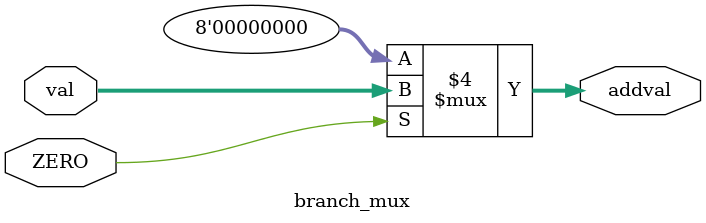
<source format=v>
/*	Madushanka H.M.K
	E/16/221
	Code for get decision to branch or not
*/
`timescale 1ns/100ps

module branch_mux(input[7:0] val, input ZERO, output[7:0] addval); /*getting output ZERO value from alu
and if ZERO == 0 dont consider any jump or beq condition, otherwise consider jump or beq value*/

reg addval;

always@(*)begin
	if(ZERO == 1)begin
		addval = val; //sending output value(number of instructions to jump) to sign extender
	end
	else begin
		addval = 8'b0;	//setting add value to zero
	end
end
endmodule

</source>
